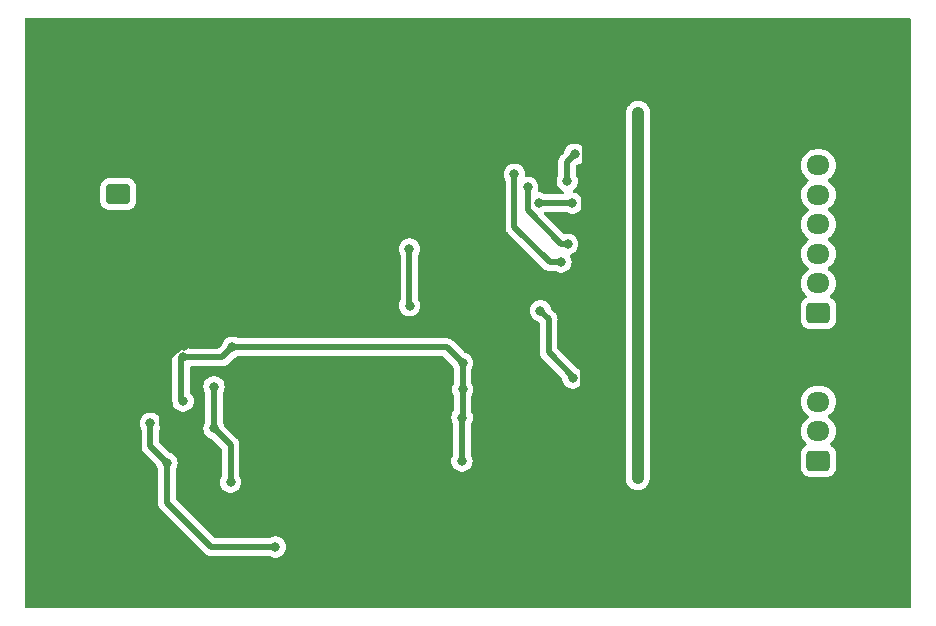
<source format=gbr>
%TF.GenerationSoftware,KiCad,Pcbnew,7.0.7*%
%TF.CreationDate,2024-02-03T17:25:47+00:00*%
%TF.ProjectId,LPF_Relay,4c50465f-5265-46c6-9179-2e6b69636164,rev?*%
%TF.SameCoordinates,Original*%
%TF.FileFunction,Copper,L2,Bot*%
%TF.FilePolarity,Positive*%
%FSLAX46Y46*%
G04 Gerber Fmt 4.6, Leading zero omitted, Abs format (unit mm)*
G04 Created by KiCad (PCBNEW 7.0.7) date 2024-02-03 17:25:47*
%MOMM*%
%LPD*%
G01*
G04 APERTURE LIST*
G04 Aperture macros list*
%AMRoundRect*
0 Rectangle with rounded corners*
0 $1 Rounding radius*
0 $2 $3 $4 $5 $6 $7 $8 $9 X,Y pos of 4 corners*
0 Add a 4 corners polygon primitive as box body*
4,1,4,$2,$3,$4,$5,$6,$7,$8,$9,$2,$3,0*
0 Add four circle primitives for the rounded corners*
1,1,$1+$1,$2,$3*
1,1,$1+$1,$4,$5*
1,1,$1+$1,$6,$7*
1,1,$1+$1,$8,$9*
0 Add four rect primitives between the rounded corners*
20,1,$1+$1,$2,$3,$4,$5,0*
20,1,$1+$1,$4,$5,$6,$7,0*
20,1,$1+$1,$6,$7,$8,$9,0*
20,1,$1+$1,$8,$9,$2,$3,0*%
G04 Aperture macros list end*
%TA.AperFunction,ComponentPad*%
%ADD10RoundRect,0.250000X0.725000X-0.600000X0.725000X0.600000X-0.725000X0.600000X-0.725000X-0.600000X0*%
%TD*%
%TA.AperFunction,ComponentPad*%
%ADD11O,1.950000X1.700000*%
%TD*%
%TA.AperFunction,ComponentPad*%
%ADD12C,5.600000*%
%TD*%
%TA.AperFunction,ComponentPad*%
%ADD13RoundRect,0.250000X-0.750000X0.600000X-0.750000X-0.600000X0.750000X-0.600000X0.750000X0.600000X0*%
%TD*%
%TA.AperFunction,ComponentPad*%
%ADD14O,2.000000X1.700000*%
%TD*%
%TA.AperFunction,ViaPad*%
%ADD15C,0.800000*%
%TD*%
%TA.AperFunction,ViaPad*%
%ADD16C,1.000000*%
%TD*%
%TA.AperFunction,Conductor*%
%ADD17C,0.500000*%
%TD*%
%TA.AperFunction,Conductor*%
%ADD18C,1.000000*%
%TD*%
G04 APERTURE END LIST*
D10*
%TO.P,J5,1,Pin_1*%
%TO.N,Net-(D11-K)*%
X67150000Y-25000000D03*
D11*
%TO.P,J5,2,Pin_2*%
%TO.N,Net-(D10-K)*%
X67150000Y-22500000D03*
%TO.P,J5,3,Pin_3*%
%TO.N,Net-(D9-K)*%
X67150000Y-20000000D03*
%TO.P,J5,4,Pin_4*%
%TO.N,Net-(D8-K)*%
X67150000Y-17500000D03*
%TO.P,J5,5,Pin_5*%
%TO.N,Net-(D7-K)*%
X67150000Y-15000000D03*
%TO.P,J5,6,Pin_6*%
%TO.N,Net-(D5-K)*%
X67150000Y-12500000D03*
%TD*%
D12*
%TO.P,H1,1,1*%
%TO.N,GND*%
X5000000Y-45000000D03*
%TD*%
%TO.P,H2,1,1*%
%TO.N,GND*%
X5000000Y-5000000D03*
%TD*%
D10*
%TO.P,J4,1,Pin_1*%
%TO.N,Net-(D6-K)*%
X67150000Y-37500000D03*
D11*
%TO.P,J4,2,Pin_2*%
%TO.N,Net-(D4-K)*%
X67150000Y-35000000D03*
%TO.P,J4,3,Pin_3*%
%TO.N,Net-(D3-K)*%
X67150000Y-32500000D03*
%TD*%
D13*
%TO.P,J3,1,Pin_1*%
%TO.N,Net-(J3-Pin_1)*%
X7870000Y-14940000D03*
D14*
%TO.P,J3,2,Pin_2*%
%TO.N,GND*%
X7870000Y-17440000D03*
%TD*%
D12*
%TO.P,H4,1,1*%
%TO.N,GND*%
X70000000Y-45000000D03*
%TD*%
%TO.P,H3,1,1*%
%TO.N,GND*%
X70000000Y-5000000D03*
%TD*%
D15*
%TO.N,Net-(J1-Pin_3)*%
X10600000Y-34350000D03*
X11986551Y-37675760D03*
X21180000Y-44820000D03*
D16*
%TO.N,GND*%
X61360000Y-36740000D03*
D15*
X13467208Y-27766290D03*
X12140000Y-35030000D03*
X18650000Y-29520000D03*
D16*
X47644253Y-32685747D03*
X15380000Y-11820000D03*
X47528795Y-24668795D03*
X61406000Y-21036000D03*
X61360000Y-40680000D03*
X47470000Y-40830000D03*
X27760000Y-10670000D03*
X47440000Y-13730000D03*
D15*
X30360000Y-21080000D03*
D16*
X47520000Y-36580000D03*
D15*
X34590000Y-23130000D03*
D16*
X61350000Y-33010000D03*
X47470000Y-10140000D03*
X61372000Y-24668000D03*
X47500000Y-28300000D03*
X47470000Y-20950000D03*
D15*
X42000000Y-33710000D03*
D16*
X61428000Y-13772000D03*
D15*
X42000000Y-31690000D03*
D16*
X61406000Y-17404000D03*
D15*
X41940000Y-29190000D03*
D16*
X61350000Y-28300000D03*
X47538676Y-17384102D03*
X61460000Y-10140000D03*
D15*
%TO.N,+3.3V*%
X17530000Y-27900000D03*
X37030000Y-31470000D03*
X13360000Y-32470000D03*
X36970000Y-37540000D03*
X13360000Y-28760529D03*
X37030000Y-29230000D03*
X36990000Y-33860000D03*
D16*
%TO.N,Net-(U2-COM)*%
X51910000Y-8040012D03*
X51860000Y-26980000D03*
X51860000Y-38990000D03*
D15*
%TO.N,Net-(U2-O1)*%
X45359984Y-20690000D03*
X41420000Y-13260000D03*
%TO.N,Net-(U2-O2)*%
X45930000Y-19180000D03*
X42530000Y-14370000D03*
%TO.N,Net-(U2-O3)*%
X46320000Y-15700000D03*
X43480000Y-15670000D03*
%TO.N,Net-(U2-O7)*%
X46360000Y-30507100D03*
X43607232Y-24805149D03*
%TO.N,Net-(U2-O5)*%
X46511434Y-11563624D03*
X45890000Y-13840000D03*
%TO.N,Net-(J1-Pin_1)*%
X15980000Y-34780000D03*
X15980000Y-31240000D03*
X17380000Y-39330000D03*
%TO.N,Net-(U1-GPA0)*%
X32534264Y-24374264D03*
X32525000Y-19595000D03*
%TD*%
D17*
%TO.N,Net-(J1-Pin_3)*%
X15760000Y-44820000D02*
X21180000Y-44820000D01*
X10600000Y-36289209D02*
X11986551Y-37675760D01*
X11986551Y-37675760D02*
X11986551Y-41046551D01*
X10600000Y-36120000D02*
X10600000Y-36289209D01*
X10600000Y-34350000D02*
X10600000Y-36120000D01*
X11986551Y-41046551D02*
X15760000Y-44820000D01*
D18*
%TO.N,GND*%
X47538676Y-13828676D02*
X47538676Y-17384102D01*
X47460000Y-28340000D02*
X47460000Y-32501494D01*
D17*
X11600000Y-34490000D02*
X11600000Y-29318447D01*
D18*
X61406000Y-24634000D02*
X61372000Y-24668000D01*
X15380000Y-11820000D02*
X11820000Y-11820000D01*
X47480000Y-32850000D02*
X47644253Y-32685747D01*
X61360000Y-40680000D02*
X61360000Y-36740000D01*
X61372000Y-28278000D02*
X61350000Y-28300000D01*
D17*
X41940000Y-29190000D02*
X39382254Y-29190000D01*
D18*
X61406000Y-21036000D02*
X61406000Y-24634000D01*
D17*
X46648506Y-31690000D02*
X47644253Y-32685747D01*
D18*
X47470000Y-36630000D02*
X47520000Y-36580000D01*
X61360000Y-40680000D02*
X65680000Y-45000000D01*
X61460000Y-10140000D02*
X61460000Y-7720000D01*
X61360000Y-36740000D02*
X61360000Y-33020000D01*
X61428000Y-17382000D02*
X61406000Y-17404000D01*
D17*
X7870000Y-17440000D02*
X7870000Y-22169082D01*
D18*
X47500000Y-28300000D02*
X47460000Y-28340000D01*
X47440000Y-13730000D02*
X47611434Y-13558566D01*
D17*
X13152157Y-27766290D02*
X13467208Y-27766290D01*
D18*
X47611434Y-13558566D02*
X47611434Y-10281434D01*
D17*
X7870000Y-22169082D02*
X13467208Y-27766290D01*
X41940000Y-29190000D02*
X41940000Y-31630000D01*
D18*
X61350000Y-28300000D02*
X61350000Y-33010000D01*
X11820000Y-11820000D02*
X5000000Y-5000000D01*
X47528795Y-24668795D02*
X47528795Y-28271205D01*
X28300000Y-10130000D02*
X47460000Y-10130000D01*
X47470000Y-20950000D02*
X47470000Y-24610000D01*
X64180000Y-5000000D02*
X70000000Y-5000000D01*
X47611434Y-10281434D02*
X47470000Y-10140000D01*
D17*
X41940000Y-31630000D02*
X42000000Y-31690000D01*
D18*
X61460000Y-13740000D02*
X61428000Y-13772000D01*
X27760000Y-10670000D02*
X28300000Y-10130000D01*
D17*
X12140000Y-35030000D02*
X11600000Y-34490000D01*
D18*
X47470000Y-24610000D02*
X47528795Y-24668795D01*
X61372000Y-24668000D02*
X61372000Y-28278000D01*
X47460000Y-10130000D02*
X47470000Y-10140000D01*
X47460000Y-32501494D02*
X47644253Y-32685747D01*
D17*
X39382254Y-29190000D02*
X34590000Y-24397746D01*
X42000000Y-31690000D02*
X46648506Y-31690000D01*
D18*
X47520000Y-36580000D02*
X47480000Y-36540000D01*
X47440000Y-13730000D02*
X47538676Y-13828676D01*
X47470000Y-40830000D02*
X47470000Y-36630000D01*
X47470000Y-20950000D02*
X47534909Y-20885091D01*
X61428000Y-13772000D02*
X61428000Y-17382000D01*
X61360000Y-33020000D02*
X61350000Y-33010000D01*
X47534909Y-17387869D02*
X47538676Y-17384102D01*
X47528795Y-28271205D02*
X47500000Y-28300000D01*
X47480000Y-36540000D02*
X47480000Y-32850000D01*
X61460000Y-7720000D02*
X64180000Y-5000000D01*
D17*
X11600000Y-29318447D02*
X13152157Y-27766290D01*
X34590000Y-24397746D02*
X34590000Y-23130000D01*
D18*
X65680000Y-45000000D02*
X70000000Y-45000000D01*
X61406000Y-17404000D02*
X61406000Y-21036000D01*
X47534909Y-20885091D02*
X47534909Y-17387869D01*
X61460000Y-10140000D02*
X61460000Y-13740000D01*
D17*
X42000000Y-31690000D02*
X42000000Y-33710000D01*
%TO.N,+3.3V*%
X37030000Y-33820000D02*
X36990000Y-33860000D01*
X36970000Y-37540000D02*
X36970000Y-33880000D01*
X37030000Y-31470000D02*
X37030000Y-29230000D01*
X17530000Y-27900000D02*
X35700000Y-27900000D01*
X13360000Y-32470000D02*
X13210000Y-32320000D01*
X37030000Y-31470000D02*
X37030000Y-33820000D01*
X17530000Y-27900000D02*
X16669471Y-28760529D01*
X13210000Y-28910529D02*
X13360000Y-28760529D01*
X16669471Y-28760529D02*
X13360000Y-28760529D01*
X35700000Y-27900000D02*
X37030000Y-29230000D01*
X13210000Y-32320000D02*
X13210000Y-28910529D01*
X36970000Y-33880000D02*
X36990000Y-33860000D01*
D18*
%TO.N,Net-(U2-COM)*%
X51860000Y-8090012D02*
X51910000Y-8040012D01*
X51860000Y-26980000D02*
X51860000Y-8090012D01*
X51860000Y-38990000D02*
X51860000Y-26980000D01*
D17*
%TO.N,Net-(U2-O1)*%
X41420000Y-17700000D02*
X44410000Y-20690000D01*
X44410000Y-20690000D02*
X45359984Y-20690000D01*
X41420000Y-13260000D02*
X41420000Y-17700000D01*
%TO.N,Net-(U2-O2)*%
X42530000Y-16320000D02*
X45390000Y-19180000D01*
X42530000Y-14370000D02*
X42530000Y-16320000D01*
X45390000Y-19180000D02*
X45930000Y-19180000D01*
%TO.N,Net-(U2-O3)*%
X46290000Y-15670000D02*
X46320000Y-15700000D01*
X43480000Y-15670000D02*
X46290000Y-15670000D01*
%TO.N,Net-(U2-O7)*%
X44310000Y-25507917D02*
X43607232Y-24805149D01*
X44310000Y-28340000D02*
X44310000Y-25507917D01*
X46360000Y-30507100D02*
X46360000Y-30390000D01*
X46360000Y-30390000D02*
X44310000Y-28340000D01*
%TO.N,Net-(U2-O5)*%
X45890000Y-12185058D02*
X46511434Y-11563624D01*
X45890000Y-13840000D02*
X45890000Y-12185058D01*
%TO.N,Net-(J1-Pin_1)*%
X15980000Y-34780000D02*
X15980000Y-31240000D01*
X17380000Y-39330000D02*
X17380000Y-36180000D01*
X17380000Y-36180000D02*
X15980000Y-34780000D01*
%TO.N,Net-(U1-GPA0)*%
X32525000Y-19595000D02*
X32525000Y-24365000D01*
X32525000Y-24365000D02*
X32534264Y-24374264D01*
%TD*%
%TA.AperFunction,Conductor*%
%TO.N,GND*%
G36*
X74942539Y-20185D02*
G01*
X74988294Y-72989D01*
X74999500Y-124500D01*
X74999500Y-2499500D01*
X74990024Y-49865991D01*
X74970326Y-49933026D01*
X74917513Y-49978771D01*
X74865991Y-49989966D01*
X124467Y-49970035D01*
X57433Y-49950333D01*
X11692Y-49897516D01*
X500Y-49846035D01*
X500Y-34350000D01*
X9694540Y-34350000D01*
X9714326Y-34538256D01*
X9714327Y-34538259D01*
X9772818Y-34718277D01*
X9772821Y-34718284D01*
X9799553Y-34764586D01*
X9832887Y-34822321D01*
X9849500Y-34884321D01*
X9849500Y-36225503D01*
X9848191Y-36243472D01*
X9844710Y-36267234D01*
X9849264Y-36319273D01*
X9849500Y-36324679D01*
X9849500Y-36332918D01*
X9853306Y-36365483D01*
X9860000Y-36442000D01*
X9861461Y-36449076D01*
X9861403Y-36449087D01*
X9863034Y-36456446D01*
X9863092Y-36456433D01*
X9864757Y-36463459D01*
X9891025Y-36535633D01*
X9915185Y-36608540D01*
X9918236Y-36615083D01*
X9918182Y-36615107D01*
X9921470Y-36621897D01*
X9921521Y-36621872D01*
X9924761Y-36628322D01*
X9924762Y-36628323D01*
X9924763Y-36628326D01*
X9966964Y-36692492D01*
X9966965Y-36692492D01*
X10007287Y-36757864D01*
X10011766Y-36763528D01*
X10011719Y-36763565D01*
X10016482Y-36769411D01*
X10016528Y-36769373D01*
X10021173Y-36774909D01*
X10077018Y-36827595D01*
X11073779Y-37824355D01*
X11104029Y-37873718D01*
X11159369Y-38044037D01*
X11159372Y-38044044D01*
X11219438Y-38148081D01*
X11236051Y-38210081D01*
X11236051Y-40982845D01*
X11234742Y-41000814D01*
X11231261Y-41024576D01*
X11235815Y-41076615D01*
X11236051Y-41082021D01*
X11236051Y-41090260D01*
X11239857Y-41122825D01*
X11246551Y-41199342D01*
X11248012Y-41206418D01*
X11247954Y-41206429D01*
X11249585Y-41213788D01*
X11249643Y-41213775D01*
X11251308Y-41220801D01*
X11277576Y-41292975D01*
X11301736Y-41365882D01*
X11304787Y-41372425D01*
X11304733Y-41372449D01*
X11308021Y-41379239D01*
X11308072Y-41379214D01*
X11311312Y-41385664D01*
X11311313Y-41385665D01*
X11311314Y-41385668D01*
X11353516Y-41449834D01*
X11393838Y-41515206D01*
X11398317Y-41520870D01*
X11398270Y-41520907D01*
X11403033Y-41526753D01*
X11403079Y-41526715D01*
X11407724Y-41532251D01*
X11463568Y-41584936D01*
X15184270Y-45305638D01*
X15196051Y-45319270D01*
X15210388Y-45338528D01*
X15250409Y-45372111D01*
X15254397Y-45375766D01*
X15260216Y-45381585D01*
X15260220Y-45381588D01*
X15260223Y-45381591D01*
X15285959Y-45401940D01*
X15344786Y-45451302D01*
X15344787Y-45451302D01*
X15344789Y-45451304D01*
X15350818Y-45455270D01*
X15350785Y-45455319D01*
X15357147Y-45459372D01*
X15357179Y-45459321D01*
X15363319Y-45463108D01*
X15363323Y-45463111D01*
X15398132Y-45479343D01*
X15432941Y-45495575D01*
X15501565Y-45530039D01*
X15501567Y-45530040D01*
X15501569Y-45530040D01*
X15508357Y-45532511D01*
X15508336Y-45532567D01*
X15515457Y-45535043D01*
X15515476Y-45534986D01*
X15522322Y-45537254D01*
X15522327Y-45537257D01*
X15522332Y-45537258D01*
X15522335Y-45537259D01*
X15597564Y-45552792D01*
X15597565Y-45552792D01*
X15672279Y-45570500D01*
X15672282Y-45570500D01*
X15672286Y-45570501D01*
X15679453Y-45571339D01*
X15679446Y-45571398D01*
X15686944Y-45572164D01*
X15686950Y-45572105D01*
X15694139Y-45572734D01*
X15694143Y-45572733D01*
X15694144Y-45572734D01*
X15770917Y-45570500D01*
X20640663Y-45570500D01*
X20707702Y-45590185D01*
X20713548Y-45594182D01*
X20727265Y-45604148D01*
X20727270Y-45604151D01*
X20900192Y-45681142D01*
X20900197Y-45681144D01*
X21085354Y-45720500D01*
X21085355Y-45720500D01*
X21274644Y-45720500D01*
X21274646Y-45720500D01*
X21459803Y-45681144D01*
X21632730Y-45604151D01*
X21785871Y-45492888D01*
X21912533Y-45352216D01*
X22007179Y-45188284D01*
X22065674Y-45008256D01*
X22085460Y-44820000D01*
X22065674Y-44631744D01*
X22007179Y-44451716D01*
X21912533Y-44287784D01*
X21785871Y-44147112D01*
X21785870Y-44147111D01*
X21632734Y-44035851D01*
X21632729Y-44035848D01*
X21459807Y-43958857D01*
X21459802Y-43958855D01*
X21314000Y-43927865D01*
X21274646Y-43919500D01*
X21085354Y-43919500D01*
X21052897Y-43926398D01*
X20900197Y-43958855D01*
X20900192Y-43958857D01*
X20727270Y-44035848D01*
X20727265Y-44035851D01*
X20713548Y-44045818D01*
X20647742Y-44069298D01*
X20640663Y-44069500D01*
X16122229Y-44069500D01*
X16055190Y-44049815D01*
X16034548Y-44033181D01*
X12773370Y-40772002D01*
X12739885Y-40710679D01*
X12737051Y-40684321D01*
X12737051Y-39468648D01*
X12737051Y-38210077D01*
X12753661Y-38148085D01*
X12813730Y-38044044D01*
X12872225Y-37864016D01*
X12892011Y-37675760D01*
X12872225Y-37487504D01*
X12813730Y-37307476D01*
X12719084Y-37143544D01*
X12592422Y-37002872D01*
X12592421Y-37002871D01*
X12439285Y-36891611D01*
X12439280Y-36891608D01*
X12266358Y-36814617D01*
X12266354Y-36814616D01*
X12201220Y-36800771D01*
X12139739Y-36767578D01*
X12139321Y-36767162D01*
X11386819Y-36014660D01*
X11353334Y-35953337D01*
X11350500Y-35926979D01*
X11350500Y-34884321D01*
X11367113Y-34822321D01*
X11391547Y-34780000D01*
X15074540Y-34780000D01*
X15094326Y-34968256D01*
X15094327Y-34968259D01*
X15152818Y-35148277D01*
X15152821Y-35148284D01*
X15247467Y-35312216D01*
X15374128Y-35452887D01*
X15374129Y-35452888D01*
X15527265Y-35564148D01*
X15527270Y-35564151D01*
X15700191Y-35641142D01*
X15700193Y-35641142D01*
X15700197Y-35641144D01*
X15765329Y-35654987D01*
X15826809Y-35688178D01*
X15827228Y-35688596D01*
X16593180Y-36454548D01*
X16626665Y-36515871D01*
X16629499Y-36542229D01*
X16629499Y-38795677D01*
X16612887Y-38857676D01*
X16552820Y-38961716D01*
X16511248Y-39089663D01*
X16494326Y-39141744D01*
X16474540Y-39330000D01*
X16494326Y-39518256D01*
X16494327Y-39518259D01*
X16552818Y-39698277D01*
X16552821Y-39698284D01*
X16647467Y-39862216D01*
X16757178Y-39984062D01*
X16774129Y-40002888D01*
X16927265Y-40114148D01*
X16927270Y-40114151D01*
X17100192Y-40191142D01*
X17100197Y-40191144D01*
X17285354Y-40230500D01*
X17285355Y-40230500D01*
X17474644Y-40230500D01*
X17474646Y-40230500D01*
X17659803Y-40191144D01*
X17832730Y-40114151D01*
X17985871Y-40002888D01*
X18112533Y-39862216D01*
X18207179Y-39698284D01*
X18265674Y-39518256D01*
X18285460Y-39330000D01*
X18265674Y-39141744D01*
X18216369Y-38990000D01*
X50854659Y-38990000D01*
X50859189Y-39035999D01*
X50859408Y-39038938D01*
X50859499Y-39040736D01*
X50859500Y-39040742D01*
X50864474Y-39089663D01*
X50869603Y-39141740D01*
X50873976Y-39186130D01*
X50874034Y-39186419D01*
X50874904Y-39192228D01*
X50874924Y-39192429D01*
X50874927Y-39192444D01*
X50903965Y-39284992D01*
X50931184Y-39374722D01*
X50933980Y-39381473D01*
X50935816Y-39386528D01*
X50935844Y-39386595D01*
X50981387Y-39468647D01*
X50981387Y-39468648D01*
X51024089Y-39548537D01*
X51027474Y-39553602D01*
X51027271Y-39553737D01*
X51034454Y-39564304D01*
X51034593Y-39564505D01*
X51093656Y-39633305D01*
X51149117Y-39700884D01*
X51149395Y-39701112D01*
X51164810Y-39716188D01*
X51167134Y-39718895D01*
X51167138Y-39718898D01*
X51167140Y-39718900D01*
X51194734Y-39740259D01*
X51236326Y-39772454D01*
X51301462Y-39825910D01*
X51304939Y-39827768D01*
X51322392Y-39839074D01*
X51328041Y-39843447D01*
X51328044Y-39843449D01*
X51403757Y-39880588D01*
X51475271Y-39918813D01*
X51475273Y-39918814D01*
X51482477Y-39920999D01*
X51501093Y-39928333D01*
X51510729Y-39933060D01*
X51589287Y-39953400D01*
X51663868Y-39976024D01*
X51672956Y-39976918D01*
X51674926Y-39977113D01*
X51693854Y-39980474D01*
X51707711Y-39984062D01*
X51707715Y-39984063D01*
X51784133Y-39987938D01*
X51787034Y-39988154D01*
X51860000Y-39995341D01*
X51874630Y-39993899D01*
X51893056Y-39993462D01*
X51910936Y-39994369D01*
X51983253Y-39983289D01*
X51986525Y-39982879D01*
X52056132Y-39976024D01*
X52073632Y-39970714D01*
X52090837Y-39966808D01*
X52112071Y-39963556D01*
X52177515Y-39939317D01*
X52181019Y-39938138D01*
X52244727Y-39918814D01*
X52267730Y-39906517D01*
X52275421Y-39903057D01*
X52302887Y-39892886D01*
X52302891Y-39892883D01*
X52302894Y-39892882D01*
X52359238Y-39857762D01*
X52362801Y-39855701D01*
X52418538Y-39825910D01*
X52441310Y-39807220D01*
X52447840Y-39802535D01*
X52475571Y-39785252D01*
X52521288Y-39741793D01*
X52524631Y-39738839D01*
X52570883Y-39700883D01*
X52591717Y-39675495D01*
X52596915Y-39669904D01*
X52623053Y-39645059D01*
X52657143Y-39596079D01*
X52660088Y-39592185D01*
X52695910Y-39548538D01*
X52712989Y-39516582D01*
X52716770Y-39510410D01*
X52739295Y-39478049D01*
X52761504Y-39426293D01*
X52763783Y-39421554D01*
X52788814Y-39374727D01*
X52800309Y-39336828D01*
X52802656Y-39330398D01*
X52819540Y-39291058D01*
X52830196Y-39239201D01*
X52831587Y-39233723D01*
X52846024Y-39186132D01*
X52850237Y-39143345D01*
X52851202Y-39136982D01*
X52860500Y-39091741D01*
X52860500Y-39042200D01*
X52860799Y-39036119D01*
X52865341Y-38989999D01*
X52860799Y-38943878D01*
X52860500Y-38937798D01*
X52860500Y-35000000D01*
X65669341Y-35000000D01*
X65689936Y-35235403D01*
X65689938Y-35235413D01*
X65751094Y-35463655D01*
X65751096Y-35463659D01*
X65751097Y-35463663D01*
X65797954Y-35564148D01*
X65850964Y-35677828D01*
X65850965Y-35677830D01*
X65986505Y-35871402D01*
X66133704Y-36018601D01*
X66167189Y-36079924D01*
X66162205Y-36149616D01*
X66120333Y-36205549D01*
X66111120Y-36211820D01*
X65956347Y-36307285D01*
X65956343Y-36307288D01*
X65832289Y-36431342D01*
X65740187Y-36580663D01*
X65740185Y-36580668D01*
X65726523Y-36621897D01*
X65685001Y-36747203D01*
X65685001Y-36747204D01*
X65685000Y-36747204D01*
X65674500Y-36849983D01*
X65674500Y-38150001D01*
X65674501Y-38150018D01*
X65685000Y-38252796D01*
X65685001Y-38252799D01*
X65708644Y-38324148D01*
X65740186Y-38419334D01*
X65832288Y-38568656D01*
X65956344Y-38692712D01*
X66105666Y-38784814D01*
X66272203Y-38839999D01*
X66374991Y-38850500D01*
X67925008Y-38850499D01*
X68027797Y-38839999D01*
X68194334Y-38784814D01*
X68343656Y-38692712D01*
X68467712Y-38568656D01*
X68559814Y-38419334D01*
X68614999Y-38252797D01*
X68625500Y-38150009D01*
X68625499Y-36849992D01*
X68614999Y-36747203D01*
X68559814Y-36580666D01*
X68467712Y-36431344D01*
X68343656Y-36307288D01*
X68240193Y-36243472D01*
X68188879Y-36211821D01*
X68142155Y-36159873D01*
X68130932Y-36090910D01*
X68158776Y-36026828D01*
X68166295Y-36018601D01*
X68231559Y-35953337D01*
X68313495Y-35871401D01*
X68449035Y-35677830D01*
X68548903Y-35463663D01*
X68610063Y-35235408D01*
X68630659Y-35000000D01*
X68610063Y-34764592D01*
X68548903Y-34536337D01*
X68449035Y-34322171D01*
X68449034Y-34322169D01*
X68313494Y-34128597D01*
X68146403Y-33961506D01*
X68090187Y-33922144D01*
X67989401Y-33851573D01*
X67945778Y-33796999D01*
X67938584Y-33727500D01*
X67970106Y-33665145D01*
X67989398Y-33648428D01*
X68146401Y-33538495D01*
X68313495Y-33371401D01*
X68449035Y-33177830D01*
X68548903Y-32963663D01*
X68610063Y-32735408D01*
X68630659Y-32500000D01*
X68610063Y-32264592D01*
X68548903Y-32036337D01*
X68449035Y-31822171D01*
X68449034Y-31822169D01*
X68313494Y-31628597D01*
X68146402Y-31461505D01*
X67952830Y-31325965D01*
X67952828Y-31325964D01*
X67845746Y-31276031D01*
X67738663Y-31226097D01*
X67738659Y-31226096D01*
X67738655Y-31226094D01*
X67510413Y-31164938D01*
X67510403Y-31164936D01*
X67333966Y-31149500D01*
X66966034Y-31149500D01*
X66789596Y-31164936D01*
X66789586Y-31164938D01*
X66561344Y-31226094D01*
X66561335Y-31226098D01*
X66347171Y-31325964D01*
X66347169Y-31325965D01*
X66153597Y-31461505D01*
X65986506Y-31628597D01*
X65986501Y-31628604D01*
X65850967Y-31822165D01*
X65850965Y-31822169D01*
X65751098Y-32036335D01*
X65751094Y-32036344D01*
X65689938Y-32264586D01*
X65689936Y-32264596D01*
X65669341Y-32499999D01*
X65669341Y-32500000D01*
X65689936Y-32735403D01*
X65689938Y-32735413D01*
X65751094Y-32963655D01*
X65751096Y-32963659D01*
X65751097Y-32963663D01*
X65769074Y-33002214D01*
X65850964Y-33177828D01*
X65850965Y-33177830D01*
X65986505Y-33371402D01*
X66153597Y-33538494D01*
X66310595Y-33648425D01*
X66354220Y-33703002D01*
X66361414Y-33772500D01*
X66329891Y-33834855D01*
X66310595Y-33851575D01*
X66153597Y-33961505D01*
X65986506Y-34128597D01*
X65986501Y-34128604D01*
X65850967Y-34322165D01*
X65850965Y-34322169D01*
X65751098Y-34536335D01*
X65751094Y-34536344D01*
X65689938Y-34764586D01*
X65689936Y-34764596D01*
X65669341Y-34999999D01*
X65669341Y-35000000D01*
X52860500Y-35000000D01*
X52860500Y-27032200D01*
X52860799Y-27026119D01*
X52865341Y-26979999D01*
X52860799Y-26933878D01*
X52860500Y-26927798D01*
X52860500Y-22500000D01*
X65669341Y-22500000D01*
X65689936Y-22735403D01*
X65689938Y-22735413D01*
X65751094Y-22963655D01*
X65751096Y-22963659D01*
X65751097Y-22963663D01*
X65801030Y-23070745D01*
X65850964Y-23177828D01*
X65850965Y-23177830D01*
X65986505Y-23371402D01*
X66133704Y-23518601D01*
X66167189Y-23579924D01*
X66162205Y-23649616D01*
X66120333Y-23705549D01*
X66111120Y-23711820D01*
X65956347Y-23807285D01*
X65956343Y-23807288D01*
X65832289Y-23931342D01*
X65740187Y-24080663D01*
X65740185Y-24080666D01*
X65740186Y-24080666D01*
X65685001Y-24247203D01*
X65685001Y-24247204D01*
X65685000Y-24247204D01*
X65674500Y-24349983D01*
X65674500Y-25650001D01*
X65674501Y-25650018D01*
X65685000Y-25752796D01*
X65685001Y-25752799D01*
X65694832Y-25782466D01*
X65740186Y-25919334D01*
X65832288Y-26068656D01*
X65956344Y-26192712D01*
X66105666Y-26284814D01*
X66272203Y-26339999D01*
X66374991Y-26350500D01*
X67925008Y-26350499D01*
X68027797Y-26339999D01*
X68194334Y-26284814D01*
X68343656Y-26192712D01*
X68467712Y-26068656D01*
X68559814Y-25919334D01*
X68614999Y-25752797D01*
X68625500Y-25650009D01*
X68625499Y-24349992D01*
X68614999Y-24247203D01*
X68559814Y-24080666D01*
X68467712Y-23931344D01*
X68343656Y-23807288D01*
X68262658Y-23757328D01*
X68188879Y-23711821D01*
X68142155Y-23659873D01*
X68130932Y-23590910D01*
X68158776Y-23526828D01*
X68166295Y-23518601D01*
X68166295Y-23518600D01*
X68313495Y-23371401D01*
X68449035Y-23177830D01*
X68548903Y-22963663D01*
X68610063Y-22735408D01*
X68630659Y-22500000D01*
X68610063Y-22264592D01*
X68548903Y-22036337D01*
X68449035Y-21822171D01*
X68449034Y-21822169D01*
X68313494Y-21628597D01*
X68146403Y-21461506D01*
X68068926Y-21407257D01*
X67989401Y-21351573D01*
X67945778Y-21296999D01*
X67938584Y-21227500D01*
X67970106Y-21165145D01*
X67989398Y-21148428D01*
X68146401Y-21038495D01*
X68313495Y-20871401D01*
X68449035Y-20677830D01*
X68548903Y-20463663D01*
X68610063Y-20235408D01*
X68630659Y-20000000D01*
X68610063Y-19764592D01*
X68548903Y-19536337D01*
X68449035Y-19322171D01*
X68449034Y-19322169D01*
X68313494Y-19128597D01*
X68146402Y-18961505D01*
X67989403Y-18851574D01*
X67945778Y-18796997D01*
X67938584Y-18727499D01*
X67970107Y-18665144D01*
X67989391Y-18648433D01*
X68146401Y-18538495D01*
X68313495Y-18371401D01*
X68449035Y-18177830D01*
X68548903Y-17963663D01*
X68610063Y-17735408D01*
X68630659Y-17500000D01*
X68610063Y-17264592D01*
X68548903Y-17036337D01*
X68449035Y-16822171D01*
X68449034Y-16822169D01*
X68313494Y-16628597D01*
X68146403Y-16461506D01*
X68019842Y-16372888D01*
X67989401Y-16351573D01*
X67945778Y-16296999D01*
X67938584Y-16227500D01*
X67970106Y-16165145D01*
X67989398Y-16148428D01*
X68146401Y-16038495D01*
X68313495Y-15871401D01*
X68449035Y-15677830D01*
X68548903Y-15463663D01*
X68610063Y-15235408D01*
X68630659Y-15000000D01*
X68610063Y-14764592D01*
X68548903Y-14536337D01*
X68449035Y-14322171D01*
X68449034Y-14322169D01*
X68313494Y-14128597D01*
X68146402Y-13961505D01*
X67989403Y-13851574D01*
X67945778Y-13796997D01*
X67938584Y-13727499D01*
X67970107Y-13665144D01*
X67989391Y-13648433D01*
X68146401Y-13538495D01*
X68313495Y-13371401D01*
X68449035Y-13177830D01*
X68548903Y-12963663D01*
X68610063Y-12735408D01*
X68630659Y-12500000D01*
X68630302Y-12495925D01*
X68621810Y-12398855D01*
X68610063Y-12264592D01*
X68548903Y-12036337D01*
X68449035Y-11822171D01*
X68449034Y-11822169D01*
X68313494Y-11628597D01*
X68146402Y-11461505D01*
X67952830Y-11325965D01*
X67952828Y-11325964D01*
X67845745Y-11276030D01*
X67738663Y-11226097D01*
X67738659Y-11226096D01*
X67738655Y-11226094D01*
X67510413Y-11164938D01*
X67510403Y-11164936D01*
X67333966Y-11149500D01*
X66966034Y-11149500D01*
X66789596Y-11164936D01*
X66789586Y-11164938D01*
X66561344Y-11226094D01*
X66561335Y-11226098D01*
X66347171Y-11325964D01*
X66347169Y-11325965D01*
X66153597Y-11461505D01*
X65986506Y-11628597D01*
X65986501Y-11628604D01*
X65850967Y-11822165D01*
X65850965Y-11822169D01*
X65751098Y-12036335D01*
X65751094Y-12036344D01*
X65689938Y-12264586D01*
X65689936Y-12264596D01*
X65669341Y-12499999D01*
X65669341Y-12500000D01*
X65689936Y-12735403D01*
X65689938Y-12735413D01*
X65751094Y-12963655D01*
X65751096Y-12963659D01*
X65751097Y-12963663D01*
X65801030Y-13070745D01*
X65850964Y-13177828D01*
X65850965Y-13177830D01*
X65986505Y-13371402D01*
X66153596Y-13538493D01*
X66153599Y-13538495D01*
X66310593Y-13648423D01*
X66310595Y-13648424D01*
X66354220Y-13703000D01*
X66361414Y-13772499D01*
X66329891Y-13834854D01*
X66310596Y-13851574D01*
X66153594Y-13961508D01*
X65986506Y-14128597D01*
X65986501Y-14128604D01*
X65850967Y-14322165D01*
X65850965Y-14322169D01*
X65751098Y-14536335D01*
X65751094Y-14536344D01*
X65689938Y-14764586D01*
X65689936Y-14764596D01*
X65669341Y-14999999D01*
X65669341Y-15000000D01*
X65689936Y-15235403D01*
X65689938Y-15235413D01*
X65751094Y-15463655D01*
X65751096Y-15463659D01*
X65751097Y-15463663D01*
X65773516Y-15511740D01*
X65850964Y-15677828D01*
X65850965Y-15677830D01*
X65986505Y-15871402D01*
X66153596Y-16038493D01*
X66153599Y-16038495D01*
X66288155Y-16132712D01*
X66310595Y-16148424D01*
X66354220Y-16203000D01*
X66361414Y-16272499D01*
X66329891Y-16334854D01*
X66310596Y-16351574D01*
X66153594Y-16461508D01*
X65986506Y-16628597D01*
X65986501Y-16628604D01*
X65850967Y-16822165D01*
X65850965Y-16822169D01*
X65751098Y-17036335D01*
X65751094Y-17036344D01*
X65689938Y-17264586D01*
X65689936Y-17264596D01*
X65669341Y-17499999D01*
X65669341Y-17500000D01*
X65689936Y-17735403D01*
X65689938Y-17735413D01*
X65751094Y-17963655D01*
X65751096Y-17963659D01*
X65751097Y-17963663D01*
X65783284Y-18032688D01*
X65850964Y-18177828D01*
X65850965Y-18177830D01*
X65986505Y-18371402D01*
X66153597Y-18538494D01*
X66310595Y-18648425D01*
X66354220Y-18703002D01*
X66361414Y-18772500D01*
X66329891Y-18834855D01*
X66310595Y-18851575D01*
X66153597Y-18961505D01*
X65986506Y-19128597D01*
X65986501Y-19128604D01*
X65850967Y-19322165D01*
X65850965Y-19322169D01*
X65751098Y-19536335D01*
X65751094Y-19536344D01*
X65689938Y-19764586D01*
X65689936Y-19764596D01*
X65669341Y-19999999D01*
X65669341Y-20000000D01*
X65689936Y-20235403D01*
X65689938Y-20235413D01*
X65751094Y-20463655D01*
X65751096Y-20463659D01*
X65751097Y-20463663D01*
X65768853Y-20501740D01*
X65850964Y-20677828D01*
X65850965Y-20677830D01*
X65986505Y-20871402D01*
X66153597Y-21038494D01*
X66310595Y-21148425D01*
X66354220Y-21203002D01*
X66361414Y-21272500D01*
X66329891Y-21334855D01*
X66310595Y-21351575D01*
X66153597Y-21461505D01*
X65986506Y-21628597D01*
X65986501Y-21628604D01*
X65850967Y-21822165D01*
X65850965Y-21822169D01*
X65751098Y-22036335D01*
X65751094Y-22036344D01*
X65689938Y-22264586D01*
X65689936Y-22264596D01*
X65669341Y-22499999D01*
X65669341Y-22500000D01*
X52860500Y-22500000D01*
X52860500Y-8372469D01*
X52865283Y-8338360D01*
X52869724Y-8322839D01*
X52896023Y-8236147D01*
X52897212Y-8230171D01*
X52897451Y-8230218D01*
X52899843Y-8217674D01*
X52899884Y-8217439D01*
X52899887Y-8217430D01*
X52906771Y-8127023D01*
X52915341Y-8040012D01*
X52915306Y-8039666D01*
X52915067Y-8018076D01*
X52915337Y-8014535D01*
X52904284Y-7927748D01*
X52896024Y-7843880D01*
X52894879Y-7840105D01*
X52890532Y-7819770D01*
X52889630Y-7812684D01*
X52881519Y-7788954D01*
X52862356Y-7732889D01*
X52841032Y-7662596D01*
X52838814Y-7655285D01*
X52835261Y-7648637D01*
X52827288Y-7630298D01*
X52823816Y-7620140D01*
X52782644Y-7550198D01*
X52745910Y-7481474D01*
X52738863Y-7472887D01*
X52727857Y-7457128D01*
X52720592Y-7444787D01*
X52720590Y-7444784D01*
X52669293Y-7388006D01*
X52667372Y-7385775D01*
X52650268Y-7364934D01*
X52620883Y-7329129D01*
X52620881Y-7329127D01*
X52620880Y-7329126D01*
X52616300Y-7325368D01*
X52609522Y-7319805D01*
X52596189Y-7307091D01*
X52584179Y-7293798D01*
X52525218Y-7250503D01*
X52522585Y-7248457D01*
X52468539Y-7204103D01*
X52468538Y-7204102D01*
X52452413Y-7195483D01*
X52437478Y-7186074D01*
X52420172Y-7173366D01*
X52420163Y-7173360D01*
X52356767Y-7144231D01*
X52353426Y-7142573D01*
X52332672Y-7131480D01*
X52294727Y-7111198D01*
X52294724Y-7111197D01*
X52269773Y-7103628D01*
X52261876Y-7100632D01*
X52235271Y-7088407D01*
X52235264Y-7088405D01*
X52170588Y-7073396D01*
X52166606Y-7072331D01*
X52106135Y-7053988D01*
X52106128Y-7053987D01*
X52076820Y-7051100D01*
X52068876Y-7049793D01*
X52037050Y-7042408D01*
X52037052Y-7042408D01*
X51974030Y-7040811D01*
X51969524Y-7040532D01*
X51910002Y-7034671D01*
X51909995Y-7034671D01*
X51877320Y-7037888D01*
X51869670Y-7038167D01*
X51833639Y-7037255D01*
X51833627Y-7037255D01*
X51774918Y-7047778D01*
X51770057Y-7048452D01*
X51713871Y-7053987D01*
X51713865Y-7053988D01*
X51679207Y-7064501D01*
X51672147Y-7066198D01*
X51633350Y-7073153D01*
X51633343Y-7073155D01*
X51581077Y-7094032D01*
X51576076Y-7095786D01*
X51525273Y-7111197D01*
X51490361Y-7129858D01*
X51484131Y-7132756D01*
X51444384Y-7148633D01*
X51400191Y-7177758D01*
X51395299Y-7180669D01*
X51351461Y-7204102D01*
X51318246Y-7231361D01*
X51313029Y-7235204D01*
X51274485Y-7260607D01*
X51274483Y-7260608D01*
X51239449Y-7295641D01*
X51234941Y-7299727D01*
X51199116Y-7329128D01*
X51169730Y-7364934D01*
X51165669Y-7369418D01*
X51162381Y-7372710D01*
X51161538Y-7373552D01*
X51096946Y-7434954D01*
X51061899Y-7485306D01*
X51059062Y-7489068D01*
X51020302Y-7536604D01*
X51020299Y-7536609D01*
X51004392Y-7567059D01*
X51000324Y-7573773D01*
X50980702Y-7601966D01*
X50956509Y-7658342D01*
X50954488Y-7662596D01*
X50926091Y-7716963D01*
X50926090Y-7716964D01*
X50916640Y-7749987D01*
X50914007Y-7757383D01*
X50900459Y-7788955D01*
X50888113Y-7849031D01*
X50886990Y-7853607D01*
X50870113Y-7912589D01*
X50870113Y-7912591D01*
X50867503Y-7946853D01*
X50866414Y-7954620D01*
X50860980Y-7981064D01*
X50859500Y-7988270D01*
X50859500Y-8049609D01*
X50859321Y-8054318D01*
X50854662Y-8115486D01*
X50856132Y-8127023D01*
X50859003Y-8149572D01*
X50859500Y-8157400D01*
X50859500Y-26927798D01*
X50859201Y-26933878D01*
X50854659Y-26979999D01*
X50859201Y-27026119D01*
X50859500Y-27032200D01*
X50859500Y-38937798D01*
X50859201Y-38943878D01*
X50854659Y-38989999D01*
X50854659Y-38990000D01*
X18216369Y-38990000D01*
X18207179Y-38961716D01*
X18207178Y-38961714D01*
X18147113Y-38857677D01*
X18130500Y-38795677D01*
X18130500Y-36243705D01*
X18131809Y-36225735D01*
X18133847Y-36211820D01*
X18135289Y-36201977D01*
X18130735Y-36149931D01*
X18130500Y-36144528D01*
X18130500Y-36136297D01*
X18130500Y-36136291D01*
X18126693Y-36103724D01*
X18119999Y-36027203D01*
X18119999Y-36027201D01*
X18118539Y-36020129D01*
X18118597Y-36020116D01*
X18116965Y-36012757D01*
X18116906Y-36012772D01*
X18115241Y-36005751D01*
X18115241Y-36005745D01*
X18105267Y-35978341D01*
X18088974Y-35933575D01*
X18064813Y-35860663D01*
X18061764Y-35854124D01*
X18061817Y-35854099D01*
X18058531Y-35847311D01*
X18058479Y-35847338D01*
X18055236Y-35840882D01*
X18013034Y-35776716D01*
X17972714Y-35711347D01*
X17968234Y-35705681D01*
X17968280Y-35705643D01*
X17963519Y-35699799D01*
X17963474Y-35699838D01*
X17958834Y-35694308D01*
X17902982Y-35641613D01*
X16892770Y-34631402D01*
X16862521Y-34582041D01*
X16807179Y-34411716D01*
X16795921Y-34392216D01*
X16747113Y-34307677D01*
X16730500Y-34245677D01*
X16730500Y-31774321D01*
X16747113Y-31712321D01*
X16807179Y-31608284D01*
X16865674Y-31428256D01*
X16885460Y-31240000D01*
X16865674Y-31051744D01*
X16807179Y-30871716D01*
X16712533Y-30707784D01*
X16585871Y-30567112D01*
X16585870Y-30567111D01*
X16432734Y-30455851D01*
X16432729Y-30455848D01*
X16259807Y-30378857D01*
X16259802Y-30378855D01*
X16114001Y-30347865D01*
X16074646Y-30339500D01*
X15885354Y-30339500D01*
X15852897Y-30346398D01*
X15700197Y-30378855D01*
X15700192Y-30378857D01*
X15527270Y-30455848D01*
X15527265Y-30455851D01*
X15374129Y-30567111D01*
X15247466Y-30707785D01*
X15152821Y-30871715D01*
X15152818Y-30871722D01*
X15098364Y-31039316D01*
X15094326Y-31051744D01*
X15074540Y-31240000D01*
X15094326Y-31428256D01*
X15094327Y-31428259D01*
X15152818Y-31608277D01*
X15152821Y-31608284D01*
X15212887Y-31712321D01*
X15229500Y-31774321D01*
X15229499Y-34245677D01*
X15212887Y-34307676D01*
X15152820Y-34411716D01*
X15111705Y-34538256D01*
X15094326Y-34591744D01*
X15074540Y-34780000D01*
X11391547Y-34780000D01*
X11427179Y-34718284D01*
X11485674Y-34538256D01*
X11505460Y-34350000D01*
X11485674Y-34161744D01*
X11427179Y-33981716D01*
X11332533Y-33817784D01*
X11205871Y-33677112D01*
X11166387Y-33648425D01*
X11052734Y-33565851D01*
X11052729Y-33565848D01*
X10879807Y-33488857D01*
X10879802Y-33488855D01*
X10729729Y-33456957D01*
X10694646Y-33449500D01*
X10505354Y-33449500D01*
X10472897Y-33456398D01*
X10320197Y-33488855D01*
X10320192Y-33488857D01*
X10147270Y-33565848D01*
X10147265Y-33565851D01*
X9994129Y-33677111D01*
X9867466Y-33817785D01*
X9772821Y-33981715D01*
X9772818Y-33981722D01*
X9714327Y-34161740D01*
X9714326Y-34161744D01*
X9694540Y-34350000D01*
X500Y-34350000D01*
X500Y-32470000D01*
X12454540Y-32470000D01*
X12474326Y-32658256D01*
X12474327Y-32658259D01*
X12532818Y-32838277D01*
X12532821Y-32838284D01*
X12627467Y-33002216D01*
X12754128Y-33142888D01*
X12754129Y-33142888D01*
X12907265Y-33254148D01*
X12907270Y-33254151D01*
X13080192Y-33331142D01*
X13080197Y-33331144D01*
X13265354Y-33370500D01*
X13265355Y-33370500D01*
X13454644Y-33370500D01*
X13454646Y-33370500D01*
X13639803Y-33331144D01*
X13812730Y-33254151D01*
X13965871Y-33142888D01*
X14092533Y-33002216D01*
X14187179Y-32838284D01*
X14245674Y-32658256D01*
X14265460Y-32470000D01*
X14245674Y-32281744D01*
X14187179Y-32101716D01*
X14092533Y-31937784D01*
X14002943Y-31838284D01*
X13992350Y-31826519D01*
X13962120Y-31763527D01*
X13960500Y-31743547D01*
X13960500Y-29635029D01*
X13980185Y-29567990D01*
X14032989Y-29522235D01*
X14084500Y-29511029D01*
X16605766Y-29511029D01*
X16623736Y-29512338D01*
X16647494Y-29515818D01*
X16699539Y-29511264D01*
X16704941Y-29511029D01*
X16713175Y-29511029D01*
X16713180Y-29511029D01*
X16724798Y-29509670D01*
X16745747Y-29507222D01*
X16758499Y-29506106D01*
X16822268Y-29500528D01*
X16822276Y-29500525D01*
X16829337Y-29499068D01*
X16829349Y-29499127D01*
X16836714Y-29497494D01*
X16836700Y-29497435D01*
X16843717Y-29495770D01*
X16843726Y-29495770D01*
X16915894Y-29469503D01*
X16988805Y-29445343D01*
X16988814Y-29445336D01*
X16995353Y-29442289D01*
X16995379Y-29442345D01*
X17002161Y-29439061D01*
X17002134Y-29439007D01*
X17008577Y-29435769D01*
X17008588Y-29435766D01*
X17072754Y-29393563D01*
X17138127Y-29353241D01*
X17138133Y-29353234D01*
X17143796Y-29348758D01*
X17143834Y-29348806D01*
X17149671Y-29344051D01*
X17149632Y-29344004D01*
X17155167Y-29339359D01*
X17207856Y-29283512D01*
X17449627Y-29041740D01*
X17682771Y-28808595D01*
X17744092Y-28775112D01*
X17744448Y-28775034D01*
X17809803Y-28761144D01*
X17982730Y-28684151D01*
X17989659Y-28679117D01*
X17996452Y-28674182D01*
X18062258Y-28650702D01*
X18069337Y-28650500D01*
X35337770Y-28650500D01*
X35404809Y-28670185D01*
X35425451Y-28686819D01*
X36117228Y-29378596D01*
X36147478Y-29427958D01*
X36202819Y-29598280D01*
X36202821Y-29598284D01*
X36262887Y-29702321D01*
X36279500Y-29764321D01*
X36279500Y-30935677D01*
X36262887Y-30997677D01*
X36202821Y-31101714D01*
X36144327Y-31281740D01*
X36144326Y-31281744D01*
X36124540Y-31470000D01*
X36144326Y-31658256D01*
X36144327Y-31658259D01*
X36202818Y-31838277D01*
X36202821Y-31838284D01*
X36260267Y-31937784D01*
X36262887Y-31942321D01*
X36279500Y-32004321D01*
X36279500Y-33257168D01*
X36260460Y-33322009D01*
X36260716Y-33322157D01*
X36260107Y-33323211D01*
X36259815Y-33324207D01*
X36257997Y-33326865D01*
X36162821Y-33491715D01*
X36162818Y-33491722D01*
X36106470Y-33665145D01*
X36104326Y-33671744D01*
X36084540Y-33860000D01*
X36104326Y-34048256D01*
X36104327Y-34048259D01*
X36162818Y-34228277D01*
X36162821Y-34228284D01*
X36202887Y-34297680D01*
X36219500Y-34359680D01*
X36219500Y-37005677D01*
X36202887Y-37067677D01*
X36142821Y-37171714D01*
X36084327Y-37351740D01*
X36084326Y-37351744D01*
X36064540Y-37540000D01*
X36084326Y-37728256D01*
X36084327Y-37728259D01*
X36142818Y-37908277D01*
X36142821Y-37908284D01*
X36237467Y-38072216D01*
X36331686Y-38176856D01*
X36364129Y-38212888D01*
X36517265Y-38324148D01*
X36517270Y-38324151D01*
X36690192Y-38401142D01*
X36690197Y-38401144D01*
X36875354Y-38440500D01*
X36875355Y-38440500D01*
X37064644Y-38440500D01*
X37064646Y-38440500D01*
X37249803Y-38401144D01*
X37422730Y-38324151D01*
X37575871Y-38212888D01*
X37702533Y-38072216D01*
X37797179Y-37908284D01*
X37855674Y-37728256D01*
X37875460Y-37540000D01*
X37855674Y-37351744D01*
X37797179Y-37171716D01*
X37737113Y-37067677D01*
X37720500Y-37005677D01*
X37720500Y-34428962D01*
X37737113Y-34366962D01*
X37817179Y-34228284D01*
X37875674Y-34048256D01*
X37895460Y-33860000D01*
X37875674Y-33671744D01*
X37817179Y-33491716D01*
X37817178Y-33491714D01*
X37797112Y-33456957D01*
X37780500Y-33394959D01*
X37780500Y-32004321D01*
X37797113Y-31942321D01*
X37799732Y-31937785D01*
X37857179Y-31838284D01*
X37915674Y-31658256D01*
X37935460Y-31470000D01*
X37915674Y-31281744D01*
X37857179Y-31101716D01*
X37821153Y-31039316D01*
X37797113Y-30997677D01*
X37780500Y-30935677D01*
X37780500Y-29764321D01*
X37797113Y-29702321D01*
X37812270Y-29676068D01*
X37857179Y-29598284D01*
X37915674Y-29418256D01*
X37935460Y-29230000D01*
X37915674Y-29041744D01*
X37857179Y-28861716D01*
X37762533Y-28697784D01*
X37635871Y-28557112D01*
X37635870Y-28557111D01*
X37482734Y-28445851D01*
X37482729Y-28445848D01*
X37309807Y-28368857D01*
X37309803Y-28368856D01*
X37244669Y-28355011D01*
X37183188Y-28321818D01*
X37182770Y-28321402D01*
X36275729Y-27414361D01*
X36263949Y-27400730D01*
X36256482Y-27390701D01*
X36249612Y-27381472D01*
X36249610Y-27381470D01*
X36209587Y-27347886D01*
X36205612Y-27344244D01*
X36202690Y-27341322D01*
X36199780Y-27338411D01*
X36174040Y-27318059D01*
X36115209Y-27268694D01*
X36109180Y-27264729D01*
X36109212Y-27264680D01*
X36102853Y-27260628D01*
X36102822Y-27260679D01*
X36096680Y-27256891D01*
X36096678Y-27256890D01*
X36096677Y-27256889D01*
X36057474Y-27238608D01*
X36027058Y-27224424D01*
X35992894Y-27207267D01*
X35958433Y-27189960D01*
X35958431Y-27189959D01*
X35958430Y-27189959D01*
X35951645Y-27187489D01*
X35951665Y-27187433D01*
X35944549Y-27184959D01*
X35944531Y-27185015D01*
X35937671Y-27182742D01*
X35909841Y-27176996D01*
X35862434Y-27167207D01*
X35813472Y-27155603D01*
X35787719Y-27149499D01*
X35780547Y-27148661D01*
X35780553Y-27148601D01*
X35773055Y-27147835D01*
X35773050Y-27147895D01*
X35765860Y-27147265D01*
X35689083Y-27149500D01*
X18069337Y-27149500D01*
X18002298Y-27129815D01*
X17996452Y-27125818D01*
X17982734Y-27115851D01*
X17982729Y-27115848D01*
X17809807Y-27038857D01*
X17809802Y-27038855D01*
X17664000Y-27007865D01*
X17624646Y-26999500D01*
X17435354Y-26999500D01*
X17402897Y-27006398D01*
X17250197Y-27038855D01*
X17250192Y-27038857D01*
X17077270Y-27115848D01*
X17077265Y-27115851D01*
X16924129Y-27227111D01*
X16797466Y-27367785D01*
X16702821Y-27531715D01*
X16702818Y-27531722D01*
X16647479Y-27702039D01*
X16617229Y-27751402D01*
X16394922Y-27973710D01*
X16333599Y-28007195D01*
X16307241Y-28010029D01*
X13899337Y-28010029D01*
X13832298Y-27990344D01*
X13826452Y-27986347D01*
X13812734Y-27976380D01*
X13812729Y-27976377D01*
X13639807Y-27899386D01*
X13639802Y-27899384D01*
X13494001Y-27868394D01*
X13454646Y-27860029D01*
X13265354Y-27860029D01*
X13232897Y-27866927D01*
X13080197Y-27899384D01*
X13080192Y-27899386D01*
X12907270Y-27976377D01*
X12907265Y-27976380D01*
X12754129Y-28087640D01*
X12627466Y-28228314D01*
X12532821Y-28392244D01*
X12532818Y-28392251D01*
X12493177Y-28514255D01*
X12474326Y-28572273D01*
X12456353Y-28743283D01*
X12454540Y-28760530D01*
X12458896Y-28801983D01*
X12458823Y-28815589D01*
X12459500Y-28815589D01*
X12459500Y-28821184D01*
X12458753Y-28828487D01*
X12458750Y-28829220D01*
X12458675Y-28829867D01*
X12458613Y-28829859D01*
X12457835Y-28837474D01*
X12457895Y-28837480D01*
X12457265Y-28844669D01*
X12459500Y-28921445D01*
X12459500Y-32256294D01*
X12458191Y-32274263D01*
X12454710Y-32298025D01*
X12459264Y-32350064D01*
X12459500Y-32355470D01*
X12459500Y-32363720D01*
X12461172Y-32378024D01*
X12461331Y-32405374D01*
X12454540Y-32469998D01*
X12454540Y-32470000D01*
X500Y-32470000D01*
X500Y-19595000D01*
X31619540Y-19595000D01*
X31639326Y-19783256D01*
X31639327Y-19783259D01*
X31697818Y-19963277D01*
X31697820Y-19963281D01*
X31697821Y-19963284D01*
X31719019Y-20000000D01*
X31757887Y-20067322D01*
X31774499Y-20129321D01*
X31774500Y-23855987D01*
X31757887Y-23917987D01*
X31707085Y-24005978D01*
X31648591Y-24186004D01*
X31648590Y-24186008D01*
X31628804Y-24374264D01*
X31648590Y-24562520D01*
X31648591Y-24562523D01*
X31707082Y-24742541D01*
X31707085Y-24742548D01*
X31801731Y-24906480D01*
X31858502Y-24969530D01*
X31928393Y-25047152D01*
X32081529Y-25158412D01*
X32081534Y-25158415D01*
X32254456Y-25235406D01*
X32254461Y-25235408D01*
X32439618Y-25274764D01*
X32439619Y-25274764D01*
X32628908Y-25274764D01*
X32628910Y-25274764D01*
X32814067Y-25235408D01*
X32986994Y-25158415D01*
X33140135Y-25047152D01*
X33266797Y-24906480D01*
X33325300Y-24805149D01*
X42701772Y-24805149D01*
X42721558Y-24993405D01*
X42721559Y-24993408D01*
X42780050Y-25173426D01*
X42780053Y-25173433D01*
X42874699Y-25337365D01*
X42890686Y-25355120D01*
X43001361Y-25478037D01*
X43154497Y-25589297D01*
X43154502Y-25589300D01*
X43327423Y-25666291D01*
X43327425Y-25666291D01*
X43327429Y-25666293D01*
X43392561Y-25680136D01*
X43454041Y-25713327D01*
X43454460Y-25713745D01*
X43523181Y-25782466D01*
X43556666Y-25843789D01*
X43559500Y-25870147D01*
X43559500Y-28276294D01*
X43558191Y-28294263D01*
X43554710Y-28318025D01*
X43559264Y-28370064D01*
X43559500Y-28375470D01*
X43559500Y-28383709D01*
X43560497Y-28392244D01*
X43563306Y-28416274D01*
X43570000Y-28492791D01*
X43571461Y-28499867D01*
X43571403Y-28499878D01*
X43573034Y-28507237D01*
X43573092Y-28507224D01*
X43574757Y-28514250D01*
X43601025Y-28586424D01*
X43625185Y-28659331D01*
X43628236Y-28665874D01*
X43628182Y-28665898D01*
X43631470Y-28672688D01*
X43631521Y-28672663D01*
X43634761Y-28679113D01*
X43634762Y-28679114D01*
X43634763Y-28679117D01*
X43647041Y-28697785D01*
X43676965Y-28743283D01*
X43717287Y-28808655D01*
X43721766Y-28814319D01*
X43721719Y-28814356D01*
X43726482Y-28820202D01*
X43726528Y-28820164D01*
X43731173Y-28825700D01*
X43787017Y-28878385D01*
X45428047Y-30519415D01*
X45461532Y-30580738D01*
X45463687Y-30594134D01*
X45474326Y-30695357D01*
X45474327Y-30695360D01*
X45532818Y-30875377D01*
X45532821Y-30875384D01*
X45627467Y-31039316D01*
X45740576Y-31164936D01*
X45754129Y-31179988D01*
X45907265Y-31291248D01*
X45907270Y-31291251D01*
X46080192Y-31368242D01*
X46080197Y-31368244D01*
X46265354Y-31407600D01*
X46265355Y-31407600D01*
X46454644Y-31407600D01*
X46454646Y-31407600D01*
X46639803Y-31368244D01*
X46812730Y-31291251D01*
X46965871Y-31179988D01*
X47092533Y-31039316D01*
X47187179Y-30875384D01*
X47245674Y-30695356D01*
X47265460Y-30507100D01*
X47245674Y-30318844D01*
X47187179Y-30138816D01*
X47092533Y-29974884D01*
X46965871Y-29834212D01*
X46965870Y-29834211D01*
X46812734Y-29722951D01*
X46812729Y-29722948D01*
X46728429Y-29685415D01*
X46691184Y-29659817D01*
X45096819Y-28065451D01*
X45063334Y-28004128D01*
X45060500Y-27977770D01*
X45060500Y-26878258D01*
X45060500Y-25571608D01*
X45061808Y-25553655D01*
X45065289Y-25529894D01*
X45060735Y-25477848D01*
X45060500Y-25472445D01*
X45060500Y-25464214D01*
X45060500Y-25464208D01*
X45056693Y-25431641D01*
X45049999Y-25355120D01*
X45049999Y-25355118D01*
X45048539Y-25348046D01*
X45048597Y-25348033D01*
X45046965Y-25340674D01*
X45046906Y-25340689D01*
X45045241Y-25333668D01*
X45045241Y-25333662D01*
X45018974Y-25261493D01*
X44994814Y-25188583D01*
X44994813Y-25188582D01*
X44994813Y-25188580D01*
X44991764Y-25182041D01*
X44991817Y-25182016D01*
X44988531Y-25175228D01*
X44988479Y-25175255D01*
X44985236Y-25168799D01*
X44978406Y-25158415D01*
X44943034Y-25104633D01*
X44902712Y-25039261D01*
X44902710Y-25039259D01*
X44898234Y-25033598D01*
X44898280Y-25033560D01*
X44893519Y-25027716D01*
X44893474Y-25027755D01*
X44888834Y-25022225D01*
X44832982Y-24969530D01*
X44520002Y-24656551D01*
X44489753Y-24607190D01*
X44434411Y-24436865D01*
X44339765Y-24272933D01*
X44213103Y-24132261D01*
X44213102Y-24132260D01*
X44059966Y-24021000D01*
X44059961Y-24020997D01*
X43887039Y-23944006D01*
X43887034Y-23944004D01*
X43741233Y-23913014D01*
X43701878Y-23904649D01*
X43512586Y-23904649D01*
X43480129Y-23911547D01*
X43327429Y-23944004D01*
X43327424Y-23944006D01*
X43154502Y-24020997D01*
X43154497Y-24021000D01*
X43001361Y-24132260D01*
X42874698Y-24272934D01*
X42780053Y-24436864D01*
X42780050Y-24436871D01*
X42724711Y-24607188D01*
X42721558Y-24616893D01*
X42701772Y-24805149D01*
X33325300Y-24805149D01*
X33361443Y-24742548D01*
X33419938Y-24562520D01*
X33439724Y-24374264D01*
X33419938Y-24186008D01*
X33361443Y-24005980D01*
X33361440Y-24005974D01*
X33292113Y-23885895D01*
X33275500Y-23823896D01*
X33275500Y-20129321D01*
X33292113Y-20067321D01*
X33306016Y-20043240D01*
X33352179Y-19963284D01*
X33410674Y-19783256D01*
X33430460Y-19595000D01*
X33410674Y-19406744D01*
X33352179Y-19226716D01*
X33257533Y-19062784D01*
X33130871Y-18922112D01*
X33130870Y-18922111D01*
X32977734Y-18810851D01*
X32977729Y-18810848D01*
X32804807Y-18733857D01*
X32804802Y-18733855D01*
X32659001Y-18702865D01*
X32619646Y-18694500D01*
X32430354Y-18694500D01*
X32397897Y-18701398D01*
X32245197Y-18733855D01*
X32245192Y-18733857D01*
X32072270Y-18810848D01*
X32072265Y-18810851D01*
X31919129Y-18922111D01*
X31792466Y-19062785D01*
X31697821Y-19226715D01*
X31697818Y-19226722D01*
X31639327Y-19406740D01*
X31639326Y-19406744D01*
X31619540Y-19595000D01*
X500Y-19595000D01*
X500Y-15590001D01*
X6369500Y-15590001D01*
X6369501Y-15590018D01*
X6380000Y-15692796D01*
X6380001Y-15692799D01*
X6435185Y-15859331D01*
X6435187Y-15859336D01*
X6453025Y-15888256D01*
X6527288Y-16008656D01*
X6651344Y-16132712D01*
X6800666Y-16224814D01*
X6967203Y-16279999D01*
X7069991Y-16290500D01*
X8670008Y-16290499D01*
X8772797Y-16279999D01*
X8939334Y-16224814D01*
X9088656Y-16132712D01*
X9212712Y-16008656D01*
X9304814Y-15859334D01*
X9359999Y-15692797D01*
X9370500Y-15590009D01*
X9370499Y-14289992D01*
X9359999Y-14187203D01*
X9304814Y-14020666D01*
X9212712Y-13871344D01*
X9088656Y-13747288D01*
X8939334Y-13655186D01*
X8772797Y-13600001D01*
X8772795Y-13600000D01*
X8670010Y-13589500D01*
X7069998Y-13589500D01*
X7069981Y-13589501D01*
X6967203Y-13600000D01*
X6967200Y-13600001D01*
X6800668Y-13655185D01*
X6800663Y-13655187D01*
X6651342Y-13747289D01*
X6527289Y-13871342D01*
X6435187Y-14020663D01*
X6435185Y-14020666D01*
X6435186Y-14020666D01*
X6380001Y-14187203D01*
X6380001Y-14187204D01*
X6380000Y-14187204D01*
X6369500Y-14289983D01*
X6369500Y-15590001D01*
X500Y-15590001D01*
X500Y-13260000D01*
X40514540Y-13260000D01*
X40534326Y-13448256D01*
X40534327Y-13448259D01*
X40592818Y-13628277D01*
X40592821Y-13628284D01*
X40608353Y-13655187D01*
X40652887Y-13732321D01*
X40669500Y-13794321D01*
X40669500Y-17636294D01*
X40668191Y-17654263D01*
X40664710Y-17678025D01*
X40669264Y-17730064D01*
X40669500Y-17735470D01*
X40669500Y-17743709D01*
X40673306Y-17776274D01*
X40680000Y-17852791D01*
X40681461Y-17859867D01*
X40681403Y-17859878D01*
X40683034Y-17867237D01*
X40683092Y-17867224D01*
X40684757Y-17874250D01*
X40711025Y-17946424D01*
X40735185Y-18019331D01*
X40738236Y-18025874D01*
X40738182Y-18025898D01*
X40741470Y-18032688D01*
X40741521Y-18032663D01*
X40744761Y-18039113D01*
X40744762Y-18039114D01*
X40744763Y-18039117D01*
X40786965Y-18103282D01*
X40786965Y-18103283D01*
X40827287Y-18168655D01*
X40831766Y-18174319D01*
X40831719Y-18174356D01*
X40836482Y-18180202D01*
X40836528Y-18180164D01*
X40841173Y-18185700D01*
X40897018Y-18238386D01*
X43834267Y-21175634D01*
X43846048Y-21189266D01*
X43860390Y-21208530D01*
X43900420Y-21242119D01*
X43904392Y-21245759D01*
X43908633Y-21250000D01*
X43910224Y-21251591D01*
X43910227Y-21251594D01*
X43935947Y-21271931D01*
X43994788Y-21321304D01*
X44000818Y-21325270D01*
X44000785Y-21325319D01*
X44007143Y-21329369D01*
X44007175Y-21329319D01*
X44013320Y-21333109D01*
X44013323Y-21333111D01*
X44082936Y-21365572D01*
X44151567Y-21400040D01*
X44151572Y-21400041D01*
X44158361Y-21402513D01*
X44158340Y-21402570D01*
X44165455Y-21405043D01*
X44165475Y-21404986D01*
X44172330Y-21407258D01*
X44247558Y-21422790D01*
X44322279Y-21440500D01*
X44322289Y-21440500D01*
X44329452Y-21441338D01*
X44329444Y-21441397D01*
X44336945Y-21442164D01*
X44336951Y-21442105D01*
X44344140Y-21442734D01*
X44344144Y-21442733D01*
X44344145Y-21442734D01*
X44420918Y-21440500D01*
X44820647Y-21440500D01*
X44887686Y-21460185D01*
X44893532Y-21464182D01*
X44907249Y-21474148D01*
X44907254Y-21474151D01*
X45080176Y-21551142D01*
X45080181Y-21551144D01*
X45265338Y-21590500D01*
X45265339Y-21590500D01*
X45454628Y-21590500D01*
X45454630Y-21590500D01*
X45639787Y-21551144D01*
X45812714Y-21474151D01*
X45965855Y-21362888D01*
X46092517Y-21222216D01*
X46187163Y-21058284D01*
X46245658Y-20878256D01*
X46265444Y-20690000D01*
X46245658Y-20501744D01*
X46187163Y-20321716D01*
X46130690Y-20223903D01*
X46114218Y-20156004D01*
X46137071Y-20089977D01*
X46191992Y-20046786D01*
X46203655Y-20043240D01*
X46203626Y-20043151D01*
X46209796Y-20041145D01*
X46209803Y-20041144D01*
X46382730Y-19964151D01*
X46535871Y-19852888D01*
X46662533Y-19712216D01*
X46757179Y-19548284D01*
X46815674Y-19368256D01*
X46835460Y-19180000D01*
X46815674Y-18991744D01*
X46757179Y-18811716D01*
X46662533Y-18647784D01*
X46535871Y-18507112D01*
X46535870Y-18507111D01*
X46382734Y-18395851D01*
X46382729Y-18395848D01*
X46209807Y-18318857D01*
X46209802Y-18318855D01*
X46064000Y-18287865D01*
X46024646Y-18279500D01*
X45835354Y-18279500D01*
X45835353Y-18279500D01*
X45666590Y-18315371D01*
X45596923Y-18310055D01*
X45553129Y-18281762D01*
X43915376Y-16644008D01*
X43881891Y-16582685D01*
X43886875Y-16512993D01*
X43928747Y-16457060D01*
X43930176Y-16456006D01*
X43932728Y-16454151D01*
X43932730Y-16454151D01*
X43939372Y-16449324D01*
X43946456Y-16444179D01*
X44012264Y-16420702D01*
X44019337Y-16420500D01*
X45739372Y-16420500D01*
X45806411Y-16440185D01*
X45812248Y-16444175D01*
X45836102Y-16461506D01*
X45867270Y-16484151D01*
X46040192Y-16561142D01*
X46040197Y-16561144D01*
X46225354Y-16600500D01*
X46225355Y-16600500D01*
X46414644Y-16600500D01*
X46414646Y-16600500D01*
X46599803Y-16561144D01*
X46772730Y-16484151D01*
X46925871Y-16372888D01*
X47052533Y-16232216D01*
X47147179Y-16068284D01*
X47205674Y-15888256D01*
X47225460Y-15700000D01*
X47205674Y-15511744D01*
X47147179Y-15331716D01*
X47052533Y-15167784D01*
X46925871Y-15027112D01*
X46925870Y-15027111D01*
X46772734Y-14915851D01*
X46772729Y-14915848D01*
X46599807Y-14838857D01*
X46599802Y-14838855D01*
X46444709Y-14805890D01*
X46383227Y-14772698D01*
X46349451Y-14711535D01*
X46354103Y-14641820D01*
X46395708Y-14585688D01*
X46397605Y-14584282D01*
X46495871Y-14512888D01*
X46622533Y-14372216D01*
X46717179Y-14208284D01*
X46775674Y-14028256D01*
X46795460Y-13840000D01*
X46775674Y-13651744D01*
X46717179Y-13471716D01*
X46703636Y-13448259D01*
X46657113Y-13367677D01*
X46640500Y-13305677D01*
X46640500Y-12557220D01*
X46660185Y-12490181D01*
X46712989Y-12444426D01*
X46738712Y-12435931D01*
X46791237Y-12424768D01*
X46791241Y-12424766D01*
X46791242Y-12424766D01*
X46849492Y-12398830D01*
X46964164Y-12347775D01*
X47117305Y-12236512D01*
X47243967Y-12095840D01*
X47338613Y-11931908D01*
X47397108Y-11751880D01*
X47416894Y-11563624D01*
X47397108Y-11375368D01*
X47338613Y-11195340D01*
X47243967Y-11031408D01*
X47117305Y-10890736D01*
X47117304Y-10890735D01*
X46964168Y-10779475D01*
X46964163Y-10779472D01*
X46791241Y-10702481D01*
X46791236Y-10702479D01*
X46645435Y-10671489D01*
X46606080Y-10663124D01*
X46416788Y-10663124D01*
X46384331Y-10670022D01*
X46231631Y-10702479D01*
X46231626Y-10702481D01*
X46058704Y-10779472D01*
X46058699Y-10779475D01*
X45905563Y-10890735D01*
X45778900Y-11031409D01*
X45684255Y-11195339D01*
X45684253Y-11195343D01*
X45628913Y-11365663D01*
X45598663Y-11415025D01*
X45404358Y-11609330D01*
X45390729Y-11621109D01*
X45371468Y-11635448D01*
X45337898Y-11675455D01*
X45334253Y-11679434D01*
X45328409Y-11685280D01*
X45308059Y-11711017D01*
X45258695Y-11769847D01*
X45254729Y-11775877D01*
X45254682Y-11775846D01*
X45250630Y-11782205D01*
X45250679Y-11782235D01*
X45246889Y-11788379D01*
X45214424Y-11857999D01*
X45179960Y-11926624D01*
X45177488Y-11933415D01*
X45177432Y-11933394D01*
X45174960Y-11940508D01*
X45175015Y-11940527D01*
X45172742Y-11947385D01*
X45164974Y-11985004D01*
X45157207Y-12022623D01*
X45144001Y-12078342D01*
X45139498Y-12097344D01*
X45138661Y-12104512D01*
X45138601Y-12104505D01*
X45137835Y-12112003D01*
X45137895Y-12112009D01*
X45137265Y-12119198D01*
X45139500Y-12195974D01*
X45139500Y-13305677D01*
X45122887Y-13367677D01*
X45062821Y-13471714D01*
X45004327Y-13651740D01*
X45004326Y-13651744D01*
X44984540Y-13840000D01*
X45004326Y-14028256D01*
X45004327Y-14028259D01*
X45062818Y-14208277D01*
X45062821Y-14208284D01*
X45157467Y-14372216D01*
X45284128Y-14512887D01*
X45284129Y-14512888D01*
X45437265Y-14624148D01*
X45437270Y-14624151D01*
X45567695Y-14682221D01*
X45620932Y-14727471D01*
X45641253Y-14794320D01*
X45622207Y-14861544D01*
X45569841Y-14907799D01*
X45517259Y-14919500D01*
X44019337Y-14919500D01*
X43952298Y-14899815D01*
X43946452Y-14895818D01*
X43932734Y-14885851D01*
X43932729Y-14885848D01*
X43759807Y-14808857D01*
X43759802Y-14808855D01*
X43614000Y-14777865D01*
X43574646Y-14769500D01*
X43517708Y-14769500D01*
X43450669Y-14749815D01*
X43404914Y-14697011D01*
X43394970Y-14627853D01*
X43399777Y-14607182D01*
X43401418Y-14602130D01*
X43415674Y-14558256D01*
X43435460Y-14370000D01*
X43415674Y-14181744D01*
X43357179Y-14001716D01*
X43262533Y-13837784D01*
X43135871Y-13697112D01*
X43135870Y-13697111D01*
X42982734Y-13585851D01*
X42982729Y-13585848D01*
X42809807Y-13508857D01*
X42809802Y-13508855D01*
X42664000Y-13477865D01*
X42624646Y-13469500D01*
X42441157Y-13469500D01*
X42374118Y-13449815D01*
X42328363Y-13397011D01*
X42317836Y-13332539D01*
X42320659Y-13305677D01*
X42325460Y-13260000D01*
X42305674Y-13071744D01*
X42247179Y-12891716D01*
X42152533Y-12727784D01*
X42025871Y-12587112D01*
X42025870Y-12587111D01*
X41872734Y-12475851D01*
X41872729Y-12475848D01*
X41699807Y-12398857D01*
X41699802Y-12398855D01*
X41554001Y-12367865D01*
X41514646Y-12359500D01*
X41325354Y-12359500D01*
X41292897Y-12366398D01*
X41140197Y-12398855D01*
X41140192Y-12398857D01*
X40967270Y-12475848D01*
X40967265Y-12475851D01*
X40814129Y-12587111D01*
X40687466Y-12727785D01*
X40592821Y-12891715D01*
X40592818Y-12891722D01*
X40534327Y-13071740D01*
X40534326Y-13071744D01*
X40514540Y-13260000D01*
X500Y-13260000D01*
X500Y-133982D01*
X20185Y-66943D01*
X72989Y-21188D01*
X124476Y-9983D01*
X71250000Y-500D01*
X74875500Y-500D01*
X74942539Y-20185D01*
G37*
%TD.AperFunction*%
%TD*%
M02*

</source>
